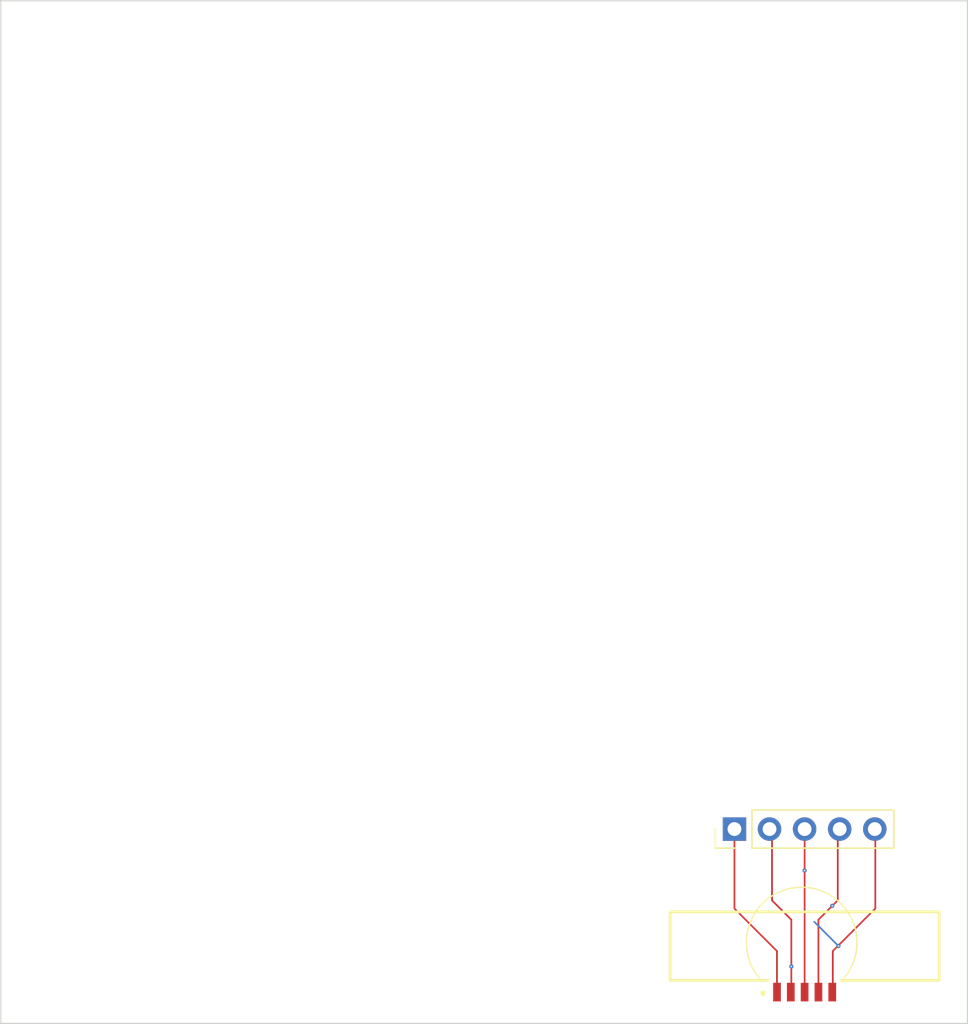
<source format=kicad_pcb>
(kicad_pcb (version 20241229) (generator "pcbnew") (generator_version "9.0")
  (layers (0 "F.Cu" signal) (2 "B.Cu" signal) (13 "F.Paste" user) (15 "B.Paste" user) (5 "F.SilkS" user "F.Silkscreen") (7 "B.SilkS" user "B.Silkscreen") (1 "F.Mask" user) (3 "B.Mask" user) (25 "Edge.Cuts" user))
  (net 0 "")
  (net 1 "Board_22-+5V")
  (net 2 "Board_22-/~{RESET}")
  (net 3 "Board_22-GND")
  (net 4 "Board_22-Net-(D2-A)")
  (net 5 "Board_22-Net-(U3-PB1)")
  (footprint "JSK:SAMTEC_SEI-105-02-GF-S-M-AT" (layer "F.Cu") (at 171.700612 88.39845)
    (property "Reference" "REF**" (hide yes))
    (property "Value" "SAMTEC_SEI-105-02-GF-S-M-AT" (hide yes))
    (fp_line (start -9.74 -2.4779) (end 9.74 -2.4779) (stroke (width 0.2)) (layer "F.SilkS"))
    (fp_line (start -9.74 2.4751) (end -9.74 -2.4779) (stroke (width 0.2)) (layer "F.SilkS"))
    (fp_line (start -2.63 2.4751) (end -9.74 2.4751) (stroke (width 0.2)) (layer "F.SilkS"))
    (fp_line (start 2.63 2.4751) (end 9.74 2.4751) (stroke (width 0.2)) (layer "F.SilkS"))
    (fp_line (start 9.74 -2.4779) (end 9.74 2.4751) (stroke (width 0.2)) (layer "F.SilkS"))
    (fp_circle (center -3.01 3.410001) (end -2.91 3.41) (stroke (width 0.2)) (fill no) (layer "F.SilkS"))
    (pad "" np_thru_hole circle (at -5.809999 -0.0014) (size 2.54 2.54) (drill 2.54) (layers "*.Cu" "*.Mask"))
    (pad "" np_thru_hole circle (at 5.809999 -0.0014) (size 2.54 2.54) (drill 2.54) (layers "*.Cu" "*.Mask"))
    (pad "01" smd rect (at -2 3.326) (size 0.56 1.35) (layers "F.Cu" "F.Mask" "F.Paste") (net 3 "Board_22-GND"))
    (pad "02" smd rect (at -1 3.326) (size 0.56 1.35) (layers "F.Cu" "F.Mask" "F.Paste") (net 2 "Board_22-/~{RESET}"))
    (pad "03" smd rect (at 0 3.326) (size 0.56 1.35) (layers "F.Cu" "F.Mask" "F.Paste") (net 5 "Board_22-Net-(U3-PB1)"))
    (pad "04" smd rect (at 1 3.326) (size 0.56 1.35) (layers "F.Cu" "F.Mask" "F.Paste") (net 4 "Board_22-Net-(D2-A)"))
    (pad "05" smd rect (at 2 3.326) (size 0.56 1.35) (layers "F.Cu" "F.Mask" "F.Paste") (net 1 "Board_22-+5V"))
  )
  (footprint "Connector_PinHeader_2.54mm:PinHeader_1x05_P2.54mm_Vertical" (layer "F.Cu") (at 166.620612 79.93 90)
    (property "Reference" "REF**" (hide yes))
    (property "Value" "PinHeader_1x05_P2.54mm_Vertical" (hide yes))
    (fp_line (start -1.38 -1.38) (end 0 -1.379999) (stroke (width 0.12)) (layer "F.SilkS"))
    (fp_line (start -1.379999 0) (end -1.38 -1.38) (stroke (width 0.12)) (layer "F.SilkS"))
    (fp_line (start 1.38 1.27) (end 1.38 11.54) (stroke (width 0.12)) (layer "F.SilkS"))
    (fp_line (start -1.38 1.27) (end 1.38 1.27) (stroke (width 0.12)) (layer "F.SilkS"))
    (fp_line (start -1.38 1.27) (end -1.38 11.54) (stroke (width 0.12)) (layer "F.SilkS"))
    (fp_line (start -1.38 11.54) (end 1.38 11.54) (stroke (width 0.12)) (layer "F.SilkS"))
    (pad "1" thru_hole rect (at 0 0 90) (size 1.7 1.7) (drill 1) (layers "*.Cu" "*.Mask"))
    (pad "2" thru_hole circle (at 0 2.54 90) (size 1.7 1.7) (drill 1) (layers "*.Cu" "*.Mask"))
    (pad "3" thru_hole circle (at 0 5.079999 90) (size 1.7 1.7) (drill 1) (layers "*.Cu" "*.Mask"))
    (pad "4" thru_hole circle (at 0 7.62 90) (size 1.7 1.7) (drill 1) (layers "*.Cu" "*.Mask"))
    (pad "5" thru_hole circle (at 0 10.16 90) (size 1.7 1.7) (drill 1) (layers "*.Cu" "*.Mask"))
  )
  (gr_arc (start 168.662184 90.966876) (mid 171.315114 84.142299) (end 174.556103 90.708034) (stroke (width 0.1)) (layer "F.SilkS"))
  (gr_line (start 113.500612 93.98714) (end 113.500882 93.998142) (stroke (width 0.1)) (layer "Edge.Cuts"))
  (gr_line (start 183.48714 93.999387) (end 183.498142 93.999117) (stroke (width 0.1)) (layer "Edge.Cuts"))
  (gr_line (start 183.498142 20.00027) (end 183.48714 20) (stroke (width 0.1)) (layer "Edge.Cuts"))
  (gr_line (start 183.487115 20) (end 113.512884 20) (stroke (width 0.1)) (layer "Edge.Cuts"))
  (gr_line (start 113.501857 93.999117) (end 113.512859 93.999387) (stroke (width 0.1)) (layer "Edge.Cuts"))
  (gr_line (start 183.499387 20.012247) (end 183.499117 20.001245) (stroke (width 0.1)) (layer "Edge.Cuts"))
  (gr_line (start 113.500882 20.001245) (end 113.500612 20.012247) (stroke (width 0.1)) (layer "Edge.Cuts"))
  (gr_line (start 183.499117 93.998142) (end 183.499387 93.98714) (stroke (width 0.1)) (layer "Edge.Cuts"))
  (gr_line (start 113.500612 20.012272) (end 113.500612 93.987115) (stroke (width 0.1)) (layer "Edge.Cuts"))
  (gr_line (start 183.499388 93.987115) (end 183.499388 20.012272) (stroke (width 0.1)) (layer "Edge.Cuts"))
  (gr_line (start 113.512859 20) (end 113.501857 20.00027) (stroke (width 0.1)) (layer "Edge.Cuts"))
  (gr_line (start 113.512884 93.999388) (end 183.487115 93.999388) (stroke (width 0.1)) (layer "Edge.Cuts"))
  (segment (start 173.740612 88.75555) (end 173.740612 91.72) (width 0.125) (layer "F.Cu") (net 1))
  (segment (start 176.820612 85.67555) (end 173.740612 88.75555) (width 0.125) (layer "F.Cu") (net 1))
  (segment (start 176.820612 79.92555) (end 176.820612 85.67555) (width 0.125) (layer "F.Cu") (net 1))
  (via micro (at 174.150612 88.39) (size 0.3) (drill 0.1) (layers "F.Cu" "B.Cu") (net 1))
  (segment (start 172.400612 86.64) (end 174.150612 88.39) (width 0.125) (layer "B.Cu") (net 1))
  (segment (start 170.740612 89.87) (end 170.740612 91.68445) (width 0.125) (layer "F.Cu") (net 2))
  (segment (start 169.340612 85.09) (end 170.740612 86.49) (width 0.125) (layer "F.Cu") (net 2))
  (segment (start 170.740612 86.49) (end 170.740612 89.87) (width 0.125) (layer "F.Cu") (net 2))
  (segment (start 169.340612 80.11) (end 169.340612 85.09) (width 0.125) (layer "F.Cu") (net 2))
  (segment (start 170.740612 91.68445) (end 170.700612 91.72445) (width 0.125) (layer "F.Cu") (net 2))
  (segment (start 169.160612 79.93) (end 169.340612 80.11) (width 0.125) (layer "F.Cu") (net 2))
  (via micro (at 170.740612 89.87) (size 0.3) (drill 0.1) (layers "F.Cu" "B.Cu") (net 2))
  (segment (start 170.740612 89.87) (end 170.727662 89.88295) (width 0.125) (layer "B.Cu") (net 2))
  (segment (start 166.620612 79.93) (end 166.620612 85.68) (width 0.125) (layer "F.Cu") (net 3))
  (segment (start 166.620612 85.68) (end 169.700612 88.76) (width 0.125) (layer "F.Cu") (net 3))
  (segment (start 169.700612 88.76) (end 169.700612 91.72445) (width 0.125) (layer "F.Cu") (net 3))
  (segment (start 173.703387 85.482775) (end 172.700612 86.48555) (width 0.125) (layer "F.Cu") (net 4))
  (segment (start 172.700612 91.68) (end 172.740612 91.72) (width 0.125) (layer "F.Cu") (net 4))
  (segment (start 172.700612 86.48555) (end 172.700612 91.68) (width 0.125) (layer "F.Cu") (net 4))
  (segment (start 174.100612 80.10555) (end 174.100612 85.08555) (width 0.125) (layer "F.Cu") (net 4))
  (segment (start 174.100612 85.08555) (end 173.703387 85.482775) (width 0.125) (layer "F.Cu") (net 4))
  (via micro (at 173.703387 85.482775) (size 0.3) (drill 0.1) (layers "F.Cu" "B.Cu") (net 4))
  (segment (start 171.700611 79.93) (end 171.700611 82.93) (width 0.125) (layer "F.Cu") (net 5))
  (segment (start 171.700611 82.93) (end 171.700612 91.72445) (width 0.125) (layer "F.Cu") (net 5))
  (via micro (at 171.700611 82.93) (size 0.3) (drill 0.1) (layers "F.Cu" "B.Cu") (net 5))
)
</source>
